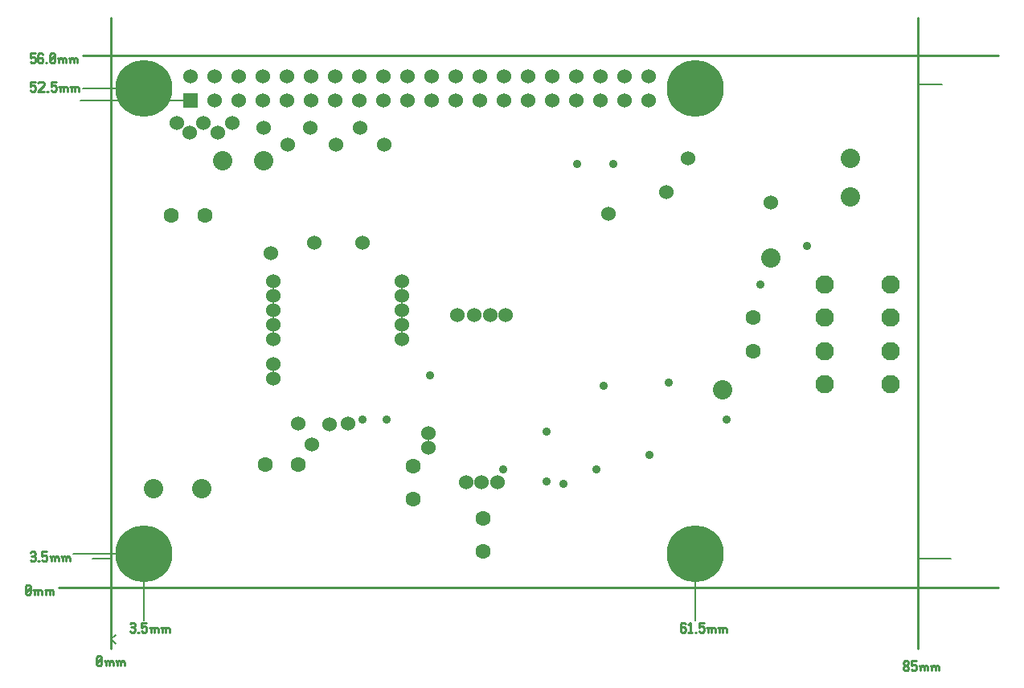
<source format=gbr>
G04 start of page 5 for group 5 idx 2 *
G04 Title: RspPiPS, mechanical *
G04 Creator: pcb 4.2.0 *
G04 CreationDate: Mon Jan 27 09:10:50 2020 UTC *
G04 For: brian *
G04 Format: Gerber/RS-274X *
G04 PCB-Dimensions (mil): 10000.00 10000.00 *
G04 PCB-Coordinate-Origin: lower left *
%MOIN*%
%FSLAX25Y25*%
%LNGROUP5*%
%ADD65C,0.0380*%
%ADD64C,0.0354*%
%ADD63C,0.0400*%
%ADD62C,0.0453*%
%ADD61C,0.1063*%
%ADD60C,0.0200*%
%ADD59C,0.0350*%
%ADD58C,0.0360*%
%ADD57C,0.0600*%
%ADD56C,0.0001*%
%ADD55C,0.0630*%
%ADD54C,0.0800*%
%ADD53C,0.0768*%
%ADD52C,0.2362*%
%ADD51C,0.0060*%
%ADD50C,0.0100*%
G54D50*X476378Y791339D02*Y529528D01*
G54D51*Y763780D02*X486220D01*
X476378Y566929D02*X490157D01*
G54D50*X141732Y791339D02*Y529528D01*
G54D51*Y566929D02*X133858D01*
X155512Y568898D02*Y541339D01*
X141732Y533465D02*X143701Y535433D01*
X141732Y533465D02*X143701Y531496D01*
X155512Y568898D02*X125984D01*
G54D50*X120079Y555118D02*X509843D01*
X129921Y775591D02*X509843D01*
G54D51*X383858Y568898D02*Y541339D01*
X155512Y761811D02*X129921D01*
X174700Y756800D02*X173806Y755906D01*
X174700Y756800D02*X129027D01*
G54D50*X149606Y539839D02*X150106Y540339D01*
X151106D01*
X151606Y539839D01*
X151106Y536339D02*X151606Y536839D01*
X150106Y536339D02*X151106D01*
X149606Y536839D02*X150106Y536339D01*
Y538539D02*X151106D01*
X151606Y539839D02*Y539039D01*
Y538039D02*Y536839D01*
Y538039D02*X151106Y538539D01*
X151606Y539039D02*X151106Y538539D01*
X152806Y536339D02*X153306D01*
X154506Y540339D02*X156506D01*
X154506D02*Y538339D01*
X155006Y538839D01*
X156006D01*
X156506Y538339D01*
Y536839D01*
X156006Y536339D02*X156506Y536839D01*
X155006Y536339D02*X156006D01*
X154506Y536839D02*X155006Y536339D01*
X158206Y537839D02*Y536339D01*
Y537839D02*X158706Y538339D01*
X159206D01*
X159706Y537839D01*
Y536339D01*
Y537839D02*X160206Y538339D01*
X160706D01*
X161206Y537839D01*
Y536339D01*
X157706Y538339D02*X158206Y537839D01*
X162906D02*Y536339D01*
Y537839D02*X163406Y538339D01*
X163906D01*
X164406Y537839D01*
Y536339D01*
Y537839D02*X164906Y538339D01*
X165406D01*
X165906Y537839D01*
Y536339D01*
X162406Y538339D02*X162906Y537839D01*
X135827Y523059D02*X136327Y522559D01*
X135827Y526059D02*Y523059D01*
Y526059D02*X136327Y526559D01*
X137327D01*
X137827Y526059D01*
Y523059D01*
X137327Y522559D02*X137827Y523059D01*
X136327Y522559D02*X137327D01*
X135827Y523559D02*X137827Y525559D01*
X139527Y524059D02*Y522559D01*
Y524059D02*X140027Y524559D01*
X140527D01*
X141027Y524059D01*
Y522559D01*
Y524059D02*X141527Y524559D01*
X142027D01*
X142527Y524059D01*
Y522559D01*
X139027Y524559D02*X139527Y524059D01*
X144227D02*Y522559D01*
Y524059D02*X144727Y524559D01*
X145227D01*
X145727Y524059D01*
Y522559D01*
Y524059D02*X146227Y524559D01*
X146727D01*
X147227Y524059D01*
Y522559D01*
X143727Y524559D02*X144227Y524059D01*
X106299Y552587D02*X106799Y552087D01*
X106299Y555587D02*Y552587D01*
Y555587D02*X106799Y556087D01*
X107799D01*
X108299Y555587D01*
Y552587D01*
X107799Y552087D02*X108299Y552587D01*
X106799Y552087D02*X107799D01*
X106299Y553087D02*X108299Y555087D01*
X109999Y553587D02*Y552087D01*
Y553587D02*X110499Y554087D01*
X110999D01*
X111499Y553587D01*
Y552087D01*
Y553587D02*X111999Y554087D01*
X112499D01*
X112999Y553587D01*
Y552087D01*
X109499Y554087D02*X109999Y553587D01*
X114699D02*Y552087D01*
Y553587D02*X115199Y554087D01*
X115699D01*
X116199Y553587D01*
Y552087D01*
Y553587D02*X116699Y554087D01*
X117199D01*
X117699Y553587D01*
Y552087D01*
X114199Y554087D02*X114699Y553587D01*
X108268Y569366D02*X108768Y569866D01*
X109768D01*
X110268Y569366D01*
X109768Y565866D02*X110268Y566366D01*
X108768Y565866D02*X109768D01*
X108268Y566366D02*X108768Y565866D01*
Y568066D02*X109768D01*
X110268Y569366D02*Y568566D01*
Y567566D02*Y566366D01*
Y567566D02*X109768Y568066D01*
X110268Y568566D02*X109768Y568066D01*
X111468Y565866D02*X111968D01*
X113168Y569866D02*X115168D01*
X113168D02*Y567866D01*
X113668Y568366D01*
X114668D01*
X115168Y567866D01*
Y566366D01*
X114668Y565866D02*X115168Y566366D01*
X113668Y565866D02*X114668D01*
X113168Y566366D02*X113668Y565866D01*
X116868Y567366D02*Y565866D01*
Y567366D02*X117368Y567866D01*
X117868D01*
X118368Y567366D01*
Y565866D01*
Y567366D02*X118868Y567866D01*
X119368D01*
X119868Y567366D01*
Y565866D01*
X116368Y567866D02*X116868Y567366D01*
X121568D02*Y565866D01*
Y567366D02*X122068Y567866D01*
X122568D01*
X123068Y567366D01*
Y565866D01*
Y567366D02*X123568Y567866D01*
X124068D01*
X124568Y567366D01*
Y565866D01*
X121068Y567866D02*X121568Y567366D01*
X108268Y776559D02*X110268D01*
X108268D02*Y774559D01*
X108768Y775059D01*
X109768D01*
X110268Y774559D01*
Y773059D01*
X109768Y772559D02*X110268Y773059D01*
X108768Y772559D02*X109768D01*
X108268Y773059D02*X108768Y772559D01*
X112968Y776559D02*X113468Y776059D01*
X111968Y776559D02*X112968D01*
X111468Y776059D02*X111968Y776559D01*
X111468Y776059D02*Y773059D01*
X111968Y772559D01*
X112968Y774759D02*X113468Y774259D01*
X111468Y774759D02*X112968D01*
X111968Y772559D02*X112968D01*
X113468Y773059D01*
Y774259D02*Y773059D01*
X114668Y772559D02*X115168D01*
X116368Y773059D02*X116868Y772559D01*
X116368Y776059D02*Y773059D01*
Y776059D02*X116868Y776559D01*
X117868D01*
X118368Y776059D01*
Y773059D01*
X117868Y772559D02*X118368Y773059D01*
X116868Y772559D02*X117868D01*
X116368Y773559D02*X118368Y775559D01*
X120068Y774059D02*Y772559D01*
Y774059D02*X120568Y774559D01*
X121068D01*
X121568Y774059D01*
Y772559D01*
Y774059D02*X122068Y774559D01*
X122568D01*
X123068Y774059D01*
Y772559D01*
X119568Y774559D02*X120068Y774059D01*
X124768D02*Y772559D01*
Y774059D02*X125268Y774559D01*
X125768D01*
X126268Y774059D01*
Y772559D01*
Y774059D02*X126768Y774559D01*
X127268D01*
X127768Y774059D01*
Y772559D01*
X124268Y774559D02*X124768Y774059D01*
X108268Y764748D02*X110268D01*
X108268D02*Y762748D01*
X108768Y763248D01*
X109768D01*
X110268Y762748D01*
Y761248D01*
X109768Y760748D02*X110268Y761248D01*
X108768Y760748D02*X109768D01*
X108268Y761248D02*X108768Y760748D01*
X111468Y764248D02*X111968Y764748D01*
X113468D01*
X113968Y764248D01*
Y763248D01*
X111468Y760748D02*X113968Y763248D01*
X111468Y760748D02*X113968D01*
X115168D02*X115668D01*
X116868Y764748D02*X118868D01*
X116868D02*Y762748D01*
X117368Y763248D01*
X118368D01*
X118868Y762748D01*
Y761248D01*
X118368Y760748D02*X118868Y761248D01*
X117368Y760748D02*X118368D01*
X116868Y761248D02*X117368Y760748D01*
X120568Y762248D02*Y760748D01*
Y762248D02*X121068Y762748D01*
X121568D01*
X122068Y762248D01*
Y760748D01*
Y762248D02*X122568Y762748D01*
X123068D01*
X123568Y762248D01*
Y760748D01*
X120068Y762748D02*X120568Y762248D01*
X125268D02*Y760748D01*
Y762248D02*X125768Y762748D01*
X126268D01*
X126768Y762248D01*
Y760748D01*
Y762248D02*X127268Y762748D01*
X127768D01*
X128268Y762248D01*
Y760748D01*
X124768Y762748D02*X125268Y762248D01*
X470472Y521091D02*X470972Y520591D01*
X470472Y521891D02*Y521091D01*
Y521891D02*X471172Y522591D01*
X471772D01*
X472472Y521891D01*
Y521091D01*
X471972Y520591D02*X472472Y521091D01*
X470972Y520591D02*X471972D01*
X470472Y523291D02*X471172Y522591D01*
X470472Y524091D02*Y523291D01*
Y524091D02*X470972Y524591D01*
X471972D01*
X472472Y524091D01*
Y523291D01*
X471772Y522591D02*X472472Y523291D01*
X473672Y524591D02*X475672D01*
X473672D02*Y522591D01*
X474172Y523091D01*
X475172D01*
X475672Y522591D01*
Y521091D01*
X475172Y520591D02*X475672Y521091D01*
X474172Y520591D02*X475172D01*
X473672Y521091D02*X474172Y520591D01*
X477372Y522091D02*Y520591D01*
Y522091D02*X477872Y522591D01*
X478372D01*
X478872Y522091D01*
Y520591D01*
Y522091D02*X479372Y522591D01*
X479872D01*
X480372Y522091D01*
Y520591D01*
X476872Y522591D02*X477372Y522091D01*
X482072D02*Y520591D01*
Y522091D02*X482572Y522591D01*
X483072D01*
X483572Y522091D01*
Y520591D01*
Y522091D02*X484072Y522591D01*
X484572D01*
X485072Y522091D01*
Y520591D01*
X481572Y522591D02*X482072Y522091D01*
X379453Y540339D02*X379953Y539839D01*
X378453Y540339D02*X379453D01*
X377953Y539839D02*X378453Y540339D01*
X377953Y539839D02*Y536839D01*
X378453Y536339D01*
X379453Y538539D02*X379953Y538039D01*
X377953Y538539D02*X379453D01*
X378453Y536339D02*X379453D01*
X379953Y536839D01*
Y538039D02*Y536839D01*
X381153Y539539D02*X381953Y540339D01*
Y536339D01*
X381153D02*X382653D01*
X383853D02*X384353D01*
X385553Y540339D02*X387553D01*
X385553D02*Y538339D01*
X386053Y538839D01*
X387053D01*
X387553Y538339D01*
Y536839D01*
X387053Y536339D02*X387553Y536839D01*
X386053Y536339D02*X387053D01*
X385553Y536839D02*X386053Y536339D01*
X389253Y537839D02*Y536339D01*
Y537839D02*X389753Y538339D01*
X390253D01*
X390753Y537839D01*
Y536339D01*
Y537839D02*X391253Y538339D01*
X391753D01*
X392253Y537839D01*
Y536339D01*
X388753Y538339D02*X389253Y537839D01*
X393953D02*Y536339D01*
Y537839D02*X394453Y538339D01*
X394953D01*
X395453Y537839D01*
Y536339D01*
Y537839D02*X395953Y538339D01*
X396453D01*
X396953Y537839D01*
Y536339D01*
X393453Y538339D02*X393953Y537839D01*
G54D52*X383858Y761811D03*
Y568898D03*
G54D53*X437610Y639323D03*
G54D54*X395500Y637000D03*
G54D53*X465169Y639323D03*
X437610Y653102D03*
G54D55*X408000Y653110D03*
G54D53*X465169Y653102D03*
Y666882D03*
Y680661D03*
G54D54*X448500Y717000D03*
Y733000D03*
G54D53*X437610Y666882D03*
Y680661D03*
G54D55*X408000Y666890D03*
G54D54*X415500Y691500D03*
G54D52*X155512Y761811D03*
G54D56*G36*
X171700Y759800D02*Y753800D01*
X177700D01*
Y759800D01*
X171700D01*
G37*
G54D57*X174700Y766800D03*
X184700Y756800D03*
Y766800D03*
X194700Y756800D03*
G54D54*X205000Y732000D03*
X188000D03*
G54D57*X194700Y766800D03*
X204700Y756800D03*
X214700D03*
X224700D03*
X204700Y766800D03*
X214700D03*
X224700D03*
X234700D03*
X244700D03*
X254700D03*
G54D55*X180535Y709276D03*
X166756D03*
G54D57*X234700Y756800D03*
X244700D03*
X254700D03*
X264700D03*
Y766800D03*
X274700Y756800D03*
Y766800D03*
X284700D03*
X294700D03*
X284700Y756800D03*
X294700D03*
X304700D03*
Y766800D03*
X314700D03*
X324700D03*
X334700D03*
X314700Y756800D03*
X324700D03*
X334700D03*
X344700D03*
Y766800D03*
X354700D03*
X364700D03*
X354700Y756800D03*
X364700D03*
G54D55*X219425Y605799D03*
X205646D03*
X267000Y605390D03*
Y591610D03*
G54D52*X155512Y568898D03*
G54D55*X295949Y583768D03*
Y569988D03*
G54D54*X159500Y596000D03*
X179500D03*
G54D57*X372000Y719000D03*
X348000Y710000D03*
G54D58*X350000Y730500D03*
X335000D03*
G54D57*X381000Y733000D03*
X415500Y714500D03*
G54D58*X430500Y696500D03*
G54D57*X295500Y598500D03*
X302000D03*
X289000D03*
G54D58*X322500Y619500D03*
X365000Y610000D03*
X304500Y604000D03*
X343000D03*
X329500Y598000D03*
X322500Y599000D03*
X397000Y624500D03*
G54D57*X226000Y698000D03*
X246000D03*
X208000Y693500D03*
X209000Y658000D03*
Y664000D03*
X192000Y747500D03*
X186000Y743500D03*
X180000Y747500D03*
X174500Y743500D03*
X169000Y747500D03*
X205000Y745500D03*
X215000Y738500D03*
X235000D03*
X255000D03*
X224500Y745500D03*
X245000D03*
X305500Y668000D03*
X292500D03*
X299000D03*
X209000Y647500D03*
Y641500D03*
G54D58*X346000Y638500D03*
X373000Y640000D03*
X274000Y643000D03*
G54D57*X209000Y670000D03*
Y682000D03*
Y676000D03*
X262500D03*
Y682000D03*
X285500Y668000D03*
X262500Y670000D03*
Y664000D03*
Y658000D03*
G54D58*X411000Y680500D03*
G54D57*X219500Y623000D03*
X225072Y614428D03*
X232500Y622500D03*
X240000Y623000D03*
G54D58*X246000Y624500D03*
X256000D03*
G54D57*X273500Y619000D03*
Y613000D03*
G54D59*G54D60*G54D59*G54D60*G54D59*G54D60*G54D59*G54D60*G54D59*G54D60*G54D59*G54D60*G54D59*G54D61*G54D62*G54D63*G54D62*G54D64*G54D62*G54D63*G54D62*G54D64*G54D63*G54D61*G54D65*G54D63*G54D65*G54D64*G54D65*G54D64*G54D61*G54D64*G54D63*M02*

</source>
